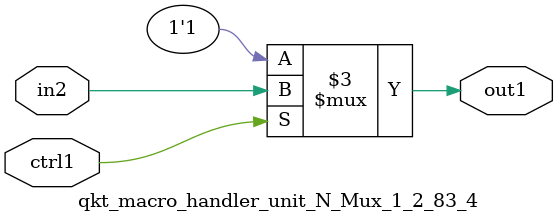
<source format=v>

`timescale 1ps / 1ps


module qkt_macro_handler_unit_N_Mux_1_2_83_4( in2, ctrl1, out1 );

    input in2;
    input ctrl1;
    output out1;
    reg out1;

    
    // rtl_process:qkt_macro_handler_unit_N_Mux_1_2_83_4/qkt_macro_handler_unit_N_Mux_1_2_83_4_thread_1
    always @*
      begin : qkt_macro_handler_unit_N_Mux_1_2_83_4_thread_1
        case (ctrl1) 
          1'b1: 
            begin
              out1 = in2;
            end
          default: 
            begin
              out1 = 1'b1;
            end
        endcase
      end

endmodule





</source>
